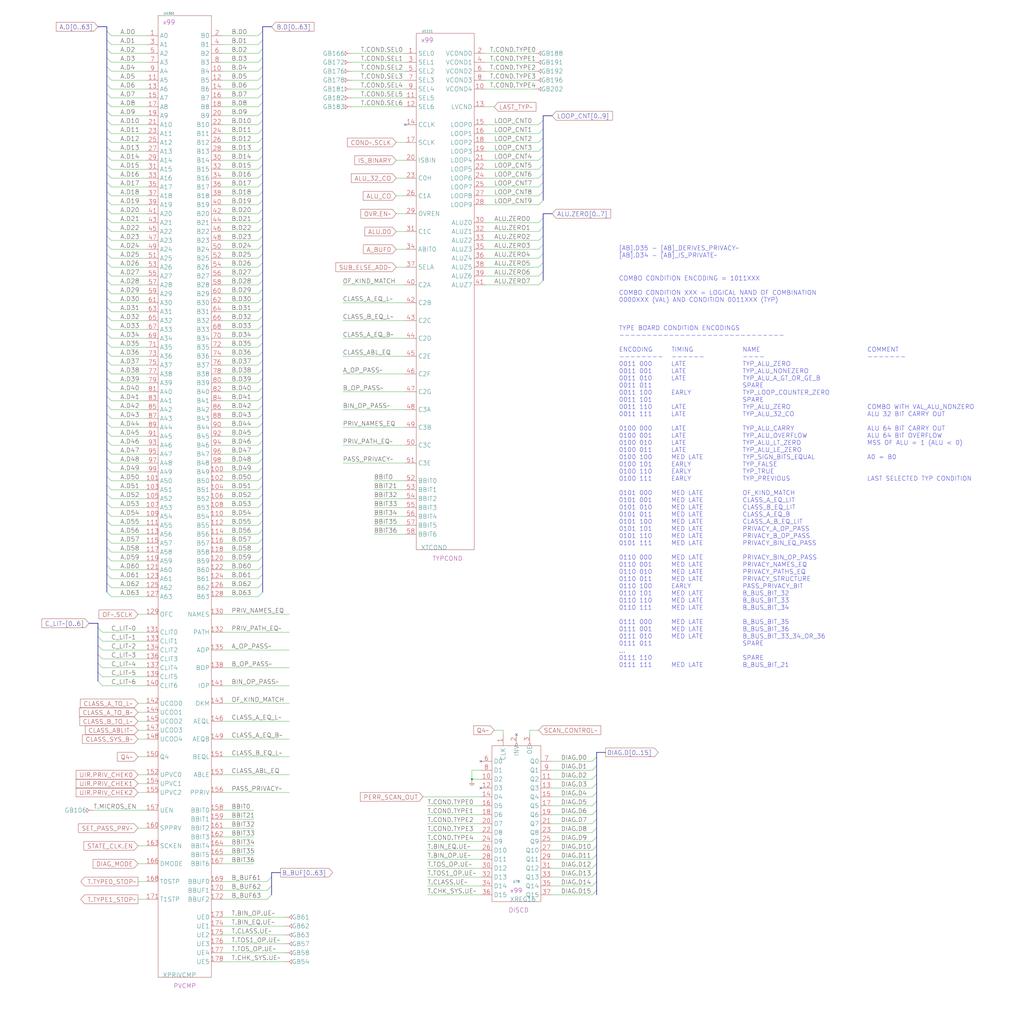
<source format=kicad_sch>
(kicad_sch (version 20230121) (generator eeschema)
  (paper "User" 584.2 584.2)
  (title_block (title "PRIVACY CHECK LOGIC") (date "15-MAR-90") (rev "1.0") (comment 1 "TYPE") (comment 2 "232-003062") (comment 3 "S400") (comment 4 "RELEASED"))
  (junction (at 269.24 444.5))
  (no_connect (at 274.32 434.34))
  (no_connect (at 294.64 419.1))
  (no_connect (at 274.32 449.58))
  (no_connect (at 231.14 71.12))
  (bus_entry (at 60.96 287.02) (size 2.54 2.54))
  (bus_entry (at 149.86 104.14) (size -2.54 2.54))
  (bus_entry (at 60.96 48.26) (size 2.54 2.54))
  (bus_entry (at 60.96 93.98) (size 2.54 2.54))
  (bus_entry (at 60.96 281.94) (size 2.54 2.54))
  (bus_entry (at 60.96 220.98) (size 2.54 2.54))
  (bus_entry (at 55.88 378.46) (size 2.54 2.54))
  (bus_entry (at 309.88 160.02) (size -2.54 2.54))
  (bus_entry (at 60.96 139.7) (size 2.54 2.54))
  (bus_entry (at 60.96 109.22) (size 2.54 2.54))
  (bus_entry (at 149.86 73.66) (size -2.54 2.54))
  (bus_entry (at 60.96 63.5) (size 2.54 2.54))
  (bus_entry (at 149.86 170.18) (size -2.54 2.54))
  (bus_entry (at 149.86 38.1) (size -2.54 2.54))
  (bus_entry (at 60.96 210.82) (size 2.54 2.54))
  (bus_entry (at 149.86 129.54) (size -2.54 2.54))
  (bus_entry (at 309.88 139.7) (size -2.54 2.54))
  (bus_entry (at 60.96 231.14) (size 2.54 2.54))
  (bus_entry (at 60.96 337.82) (size 2.54 2.54))
  (bus_entry (at 149.86 312.42) (size -2.54 2.54))
  (bus_entry (at 60.96 276.86) (size 2.54 2.54))
  (bus_entry (at 60.96 22.86) (size 2.54 2.54))
  (bus_entry (at 149.86 160.02) (size -2.54 2.54))
  (bus_entry (at 55.88 358.14) (size 2.54 2.54))
  (bus_entry (at 60.96 134.62) (size 2.54 2.54))
  (bus_entry (at 149.86 43.18) (size -2.54 2.54))
  (bus_entry (at 60.96 292.1) (size 2.54 2.54))
  (bus_entry (at 149.86 33.02) (size -2.54 2.54))
  (bus_entry (at 309.88 68.58) (size -2.54 2.54))
  (bus_entry (at 149.86 190.5) (size -2.54 2.54))
  (bus_entry (at 149.86 307.34) (size -2.54 2.54))
  (bus_entry (at 309.88 104.14) (size -2.54 2.54))
  (bus_entry (at 60.96 149.86) (size 2.54 2.54))
  (bus_entry (at 149.86 114.3) (size -2.54 2.54))
  (bus_entry (at 340.36 447.04) (size -2.54 2.54))
  (bus_entry (at 154.94 505.46) (size -2.54 2.54))
  (bus_entry (at 340.36 467.36) (size -2.54 2.54))
  (bus_entry (at 60.96 165.1) (size 2.54 2.54))
  (bus_entry (at 60.96 33.02) (size 2.54 2.54))
  (bus_entry (at 55.88 368.3) (size 2.54 2.54))
  (bus_entry (at 149.86 180.34) (size -2.54 2.54))
  (bus_entry (at 149.86 241.3) (size -2.54 2.54))
  (bus_entry (at 309.88 124.46) (size -2.54 2.54))
  (bus_entry (at 60.96 317.5) (size 2.54 2.54))
  (bus_entry (at 60.96 271.78) (size 2.54 2.54))
  (bus_entry (at 154.94 500.38) (size -2.54 2.54))
  (bus_entry (at 60.96 114.3) (size 2.54 2.54))
  (bus_entry (at 60.96 332.74) (size 2.54 2.54))
  (bus_entry (at 60.96 241.3) (size 2.54 2.54))
  (bus_entry (at 149.86 139.7) (size -2.54 2.54))
  (bus_entry (at 60.96 124.46) (size 2.54 2.54))
  (bus_entry (at 149.86 144.78) (size -2.54 2.54))
  (bus_entry (at 149.86 68.58) (size -2.54 2.54))
  (bus_entry (at 60.96 88.9) (size 2.54 2.54))
  (bus_entry (at 309.88 114.3) (size -2.54 2.54))
  (bus_entry (at 149.86 78.74) (size -2.54 2.54))
  (bus_entry (at 149.86 27.94) (size -2.54 2.54))
  (bus_entry (at 149.86 327.66) (size -2.54 2.54))
  (bus_entry (at 60.96 205.74) (size 2.54 2.54))
  (bus_entry (at 340.36 436.88) (size -2.54 2.54))
  (bus_entry (at 60.96 256.54) (size 2.54 2.54))
  (bus_entry (at 149.86 124.46) (size -2.54 2.54))
  (bus_entry (at 340.36 492.76) (size -2.54 2.54))
  (bus_entry (at 60.96 104.14) (size 2.54 2.54))
  (bus_entry (at 149.86 210.82) (size -2.54 2.54))
  (bus_entry (at 309.88 109.22) (size -2.54 2.54))
  (bus_entry (at 309.88 99.06) (size -2.54 2.54))
  (bus_entry (at 60.96 99.06) (size 2.54 2.54))
  (bus_entry (at 149.86 256.54) (size -2.54 2.54))
  (bus_entry (at 340.36 441.96) (size -2.54 2.54))
  (bus_entry (at 60.96 302.26) (size 2.54 2.54))
  (bus_entry (at 55.88 383.54) (size 2.54 2.54))
  (bus_entry (at 149.86 48.26) (size -2.54 2.54))
  (bus_entry (at 340.36 457.2) (size -2.54 2.54))
  (bus_entry (at 149.86 317.5) (size -2.54 2.54))
  (bus_entry (at 149.86 17.78) (size -2.54 2.54))
  (bus_entry (at 60.96 144.78) (size 2.54 2.54))
  (bus_entry (at 60.96 236.22) (size 2.54 2.54))
  (bus_entry (at 149.86 205.74) (size -2.54 2.54))
  (bus_entry (at 149.86 175.26) (size -2.54 2.54))
  (bus_entry (at 309.88 149.86) (size -2.54 2.54))
  (bus_entry (at 340.36 487.68) (size -2.54 2.54))
  (bus_entry (at 60.96 190.5) (size 2.54 2.54))
  (bus_entry (at 60.96 185.42) (size 2.54 2.54))
  (bus_entry (at 60.96 78.74) (size 2.54 2.54))
  (bus_entry (at 60.96 17.78) (size 2.54 2.54))
  (bus_entry (at 60.96 261.62) (size 2.54 2.54))
  (bus_entry (at 60.96 170.18) (size 2.54 2.54))
  (bus_entry (at 149.86 292.1) (size -2.54 2.54))
  (bus_entry (at 149.86 287.02) (size -2.54 2.54))
  (bus_entry (at 149.86 226.06) (size -2.54 2.54))
  (bus_entry (at 309.88 134.62) (size -2.54 2.54))
  (bus_entry (at 60.96 73.66) (size 2.54 2.54))
  (bus_entry (at 154.94 510.54) (size -2.54 2.54))
  (bus_entry (at 149.86 322.58) (size -2.54 2.54))
  (bus_entry (at 60.96 27.94) (size 2.54 2.54))
  (bus_entry (at 149.86 109.22) (size -2.54 2.54))
  (bus_entry (at 149.86 302.26) (size -2.54 2.54))
  (bus_entry (at 309.88 93.98) (size -2.54 2.54))
  (bus_entry (at 60.96 119.38) (size 2.54 2.54))
  (bus_entry (at 309.88 78.74) (size -2.54 2.54))
  (bus_entry (at 149.86 297.18) (size -2.54 2.54))
  (bus_entry (at 340.36 472.44) (size -2.54 2.54))
  (bus_entry (at 149.86 83.82) (size -2.54 2.54))
  (bus_entry (at 309.88 83.82) (size -2.54 2.54))
  (bus_entry (at 60.96 200.66) (size 2.54 2.54))
  (bus_entry (at 149.86 266.7) (size -2.54 2.54))
  (bus_entry (at 309.88 154.94) (size -2.54 2.54))
  (bus_entry (at 149.86 271.78) (size -2.54 2.54))
  (bus_entry (at 60.96 215.9) (size 2.54 2.54))
  (bus_entry (at 309.88 129.54) (size -2.54 2.54))
  (bus_entry (at 149.86 58.42) (size -2.54 2.54))
  (bus_entry (at 149.86 99.06) (size -2.54 2.54))
  (bus_entry (at 60.96 180.34) (size 2.54 2.54))
  (bus_entry (at 340.36 477.52) (size -2.54 2.54))
  (bus_entry (at 60.96 154.94) (size 2.54 2.54))
  (bus_entry (at 149.86 276.86) (size -2.54 2.54))
  (bus_entry (at 60.96 297.18) (size 2.54 2.54))
  (bus_entry (at 60.96 307.34) (size 2.54 2.54))
  (bus_entry (at 60.96 175.26) (size 2.54 2.54))
  (bus_entry (at 60.96 266.7) (size 2.54 2.54))
  (bus_entry (at 149.86 215.9) (size -2.54 2.54))
  (bus_entry (at 60.96 68.58) (size 2.54 2.54))
  (bus_entry (at 340.36 452.12) (size -2.54 2.54))
  (bus_entry (at 60.96 327.66) (size 2.54 2.54))
  (bus_entry (at 340.36 497.84) (size -2.54 2.54))
  (bus_entry (at 149.86 246.38) (size -2.54 2.54))
  (bus_entry (at 149.86 231.14) (size -2.54 2.54))
  (bus_entry (at 60.96 58.42) (size 2.54 2.54))
  (bus_entry (at 60.96 53.34) (size 2.54 2.54))
  (bus_entry (at 60.96 38.1) (size 2.54 2.54))
  (bus_entry (at 149.86 195.58) (size -2.54 2.54))
  (bus_entry (at 149.86 281.94) (size -2.54 2.54))
  (bus_entry (at 149.86 63.5) (size -2.54 2.54))
  (bus_entry (at 340.36 462.28) (size -2.54 2.54))
  (bus_entry (at 149.86 236.22) (size -2.54 2.54))
  (bus_entry (at 340.36 431.8) (size -2.54 2.54))
  (bus_entry (at 55.88 373.38) (size 2.54 2.54))
  (bus_entry (at 60.96 322.58) (size 2.54 2.54))
  (bus_entry (at 149.86 220.98) (size -2.54 2.54))
  (bus_entry (at 149.86 251.46) (size -2.54 2.54))
  (bus_entry (at 309.88 73.66) (size -2.54 2.54))
  (bus_entry (at 149.86 332.74) (size -2.54 2.54))
  (bus_entry (at 55.88 388.62) (size 2.54 2.54))
  (bus_entry (at 60.96 160.02) (size 2.54 2.54))
  (bus_entry (at 340.36 482.6) (size -2.54 2.54))
  (bus_entry (at 60.96 251.46) (size 2.54 2.54))
  (bus_entry (at 340.36 508) (size -2.54 2.54))
  (bus_entry (at 60.96 312.42) (size 2.54 2.54))
  (bus_entry (at 309.88 144.78) (size -2.54 2.54))
  (bus_entry (at 149.86 53.34) (size -2.54 2.54))
  (bus_entry (at 149.86 119.38) (size -2.54 2.54))
  (bus_entry (at 149.86 154.94) (size -2.54 2.54))
  (bus_entry (at 149.86 165.1) (size -2.54 2.54))
  (bus_entry (at 149.86 149.86) (size -2.54 2.54))
  (bus_entry (at 149.86 88.9) (size -2.54 2.54))
  (bus_entry (at 60.96 129.54) (size 2.54 2.54))
  (bus_entry (at 60.96 226.06) (size 2.54 2.54))
  (bus_entry (at 149.86 200.66) (size -2.54 2.54))
  (bus_entry (at 149.86 134.62) (size -2.54 2.54))
  (bus_entry (at 149.86 337.82) (size -2.54 2.54))
  (bus_entry (at 60.96 43.18) (size 2.54 2.54))
  (bus_entry (at 60.96 246.38) (size 2.54 2.54))
  (bus_entry (at 309.88 88.9) (size -2.54 2.54))
  (bus_entry (at 55.88 363.22) (size 2.54 2.54))
  (bus_entry (at 149.86 261.62) (size -2.54 2.54))
  (bus_entry (at 340.36 502.92) (size -2.54 2.54))
  (bus_entry (at 60.96 195.58) (size 2.54 2.54))
  (bus_entry (at 149.86 22.86) (size -2.54 2.54))
  (bus_entry (at 149.86 185.42) (size -2.54 2.54))
  (bus_entry (at 149.86 93.98) (size -2.54 2.54))
  (bus_entry (at 60.96 83.82) (size 2.54 2.54))
  (bus (pts (xy 309.88 139.7) (xy 309.88 144.78)))
  (bus (pts (xy 149.86 190.5) (xy 149.86 195.58)))
  (wire (pts (xy 83.82 167.64) (xy 63.5 167.64)))
  (wire (pts (xy 200.66 60.96) (xy 231.14 60.96)))
  (bus (pts (xy 60.96 154.94) (xy 60.96 160.02)))
  (wire (pts (xy 127 340.36) (xy 147.32 340.36)))
  (wire (pts (xy 274.32 444.5) (xy 269.24 444.5)))
  (wire (pts (xy 83.82 264.16) (xy 63.5 264.16)))
  (bus (pts (xy 314.96 66.04) (xy 309.88 66.04)))
  (bus (pts (xy 60.96 317.5) (xy 60.96 322.58)))
  (bus (pts (xy 60.96 33.02) (xy 60.96 38.1)))
  (wire (pts (xy 231.14 289.56) (xy 213.36 289.56)))
  (wire (pts (xy 314.96 439.42) (xy 337.82 439.42)))
  (bus (pts (xy 60.96 292.1) (xy 60.96 297.18)))
  (wire (pts (xy 127 528.32) (xy 162.56 528.32)))
  (wire (pts (xy 127 91.44) (xy 147.32 91.44)))
  (wire (pts (xy 314.96 495.3) (xy 337.82 495.3)))
  (wire (pts (xy 127 71.12) (xy 147.32 71.12)))
  (wire (pts (xy 127 101.6) (xy 147.32 101.6)))
  (wire (pts (xy 83.82 55.88) (xy 63.5 55.88)))
  (wire (pts (xy 127 391.16) (xy 165.1 391.16)))
  (wire (pts (xy 127 269.24) (xy 147.32 269.24)))
  (wire (pts (xy 58.42 370.84) (xy 83.82 370.84)))
  (wire (pts (xy 200.66 40.64) (xy 231.14 40.64)))
  (wire (pts (xy 307.34 106.68) (xy 276.86 106.68)))
  (bus (pts (xy 309.88 134.62) (xy 309.88 139.7)))
  (bus (pts (xy 60.96 88.9) (xy 60.96 93.98)))
  (wire (pts (xy 195.58 182.88) (xy 231.14 182.88)))
  (wire (pts (xy 127 243.84) (xy 147.32 243.84)))
  (bus (pts (xy 309.88 121.92) (xy 309.88 124.46)))
  (bus (pts (xy 60.96 287.02) (xy 60.96 292.1)))
  (bus (pts (xy 309.88 93.98) (xy 309.88 99.06)))
  (bus (pts (xy 149.86 63.5) (xy 149.86 68.58)))
  (wire (pts (xy 83.82 289.56) (xy 63.5 289.56)))
  (wire (pts (xy 226.06 101.6) (xy 231.14 101.6)))
  (wire (pts (xy 58.42 375.92) (xy 83.82 375.92)))
  (wire (pts (xy 83.82 25.4) (xy 63.5 25.4)))
  (wire (pts (xy 127 30.48) (xy 147.32 30.48)))
  (bus (pts (xy 60.96 165.1) (xy 60.96 170.18)))
  (wire (pts (xy 307.34 76.2) (xy 276.86 76.2)))
  (wire (pts (xy 127 20.32) (xy 147.32 20.32)))
  (bus (pts (xy 149.86 68.58) (xy 149.86 73.66)))
  (wire (pts (xy 83.82 182.88) (xy 63.5 182.88)))
  (wire (pts (xy 127 172.72) (xy 147.32 172.72)))
  (wire (pts (xy 58.42 386.08) (xy 83.82 386.08)))
  (wire (pts (xy 127 111.76) (xy 147.32 111.76)))
  (bus (pts (xy 60.96 114.3) (xy 60.96 119.38)))
  (bus (pts (xy 340.36 477.52) (xy 340.36 482.6)))
  (wire (pts (xy 195.58 233.68) (xy 231.14 233.68)))
  (wire (pts (xy 314.96 505.46) (xy 337.82 505.46)))
  (wire (pts (xy 195.58 223.52) (xy 231.14 223.52)))
  (wire (pts (xy 127 157.48) (xy 147.32 157.48)))
  (wire (pts (xy 83.82 101.6) (xy 63.5 101.6)))
  (wire (pts (xy 83.82 60.96) (xy 63.5 60.96)))
  (bus (pts (xy 60.96 226.06) (xy 60.96 231.14)))
  (wire (pts (xy 314.96 510.54) (xy 337.82 510.54)))
  (bus (pts (xy 340.36 502.92) (xy 340.36 508)))
  (bus (pts (xy 149.86 322.58) (xy 149.86 327.66)))
  (bus (pts (xy 149.86 124.46) (xy 149.86 129.54)))
  (bus (pts (xy 149.86 104.14) (xy 149.86 109.22)))
  (bus (pts (xy 60.96 170.18) (xy 60.96 175.26)))
  (wire (pts (xy 127 284.48) (xy 147.32 284.48)))
  (wire (pts (xy 127 198.12) (xy 147.32 198.12)))
  (wire (pts (xy 314.96 490.22) (xy 337.82 490.22)))
  (wire (pts (xy 200.66 55.88) (xy 231.14 55.88)))
  (wire (pts (xy 83.82 40.64) (xy 63.5 40.64)))
  (bus (pts (xy 60.96 220.98) (xy 60.96 226.06)))
  (wire (pts (xy 127 487.68) (xy 144.78 487.68)))
  (wire (pts (xy 127 193.04) (xy 147.32 193.04)))
  (wire (pts (xy 127 411.48) (xy 165.1 411.48)))
  (bus (pts (xy 154.94 497.84) (xy 154.94 500.38)))
  (wire (pts (xy 307.34 157.48) (xy 276.86 157.48)))
  (wire (pts (xy 314.96 454.66) (xy 337.82 454.66)))
  (wire (pts (xy 127 274.32) (xy 147.32 274.32)))
  (bus (pts (xy 55.88 383.54) (xy 55.88 388.62)))
  (wire (pts (xy 127 40.64) (xy 147.32 40.64)))
  (wire (pts (xy 287.02 416.56) (xy 287.02 419.1)))
  (wire (pts (xy 78.74 472.44) (xy 83.82 472.44)))
  (wire (pts (xy 127 543.56) (xy 162.56 543.56)))
  (wire (pts (xy 127 477.52) (xy 144.78 477.52)))
  (wire (pts (xy 200.66 30.48) (xy 231.14 30.48)))
  (wire (pts (xy 127 533.4) (xy 162.56 533.4)))
  (bus (pts (xy 149.86 160.02) (xy 149.86 165.1)))
  (wire (pts (xy 276.86 35.56) (xy 304.8 35.56)))
  (wire (pts (xy 127 335.28) (xy 147.32 335.28)))
  (wire (pts (xy 127 228.6) (xy 147.32 228.6)))
  (wire (pts (xy 127 492.76) (xy 144.78 492.76)))
  (bus (pts (xy 60.96 281.94) (xy 60.96 287.02)))
  (wire (pts (xy 302.26 416.56) (xy 302.26 419.1)))
  (wire (pts (xy 127 259.08) (xy 147.32 259.08)))
  (bus (pts (xy 309.88 88.9) (xy 309.88 93.98)))
  (wire (pts (xy 78.74 431.8) (xy 83.82 431.8)))
  (bus (pts (xy 149.86 256.54) (xy 149.86 261.62)))
  (wire (pts (xy 314.96 464.82) (xy 337.82 464.82)))
  (wire (pts (xy 83.82 193.04) (xy 63.5 193.04)))
  (wire (pts (xy 276.86 50.8) (xy 304.8 50.8)))
  (wire (pts (xy 83.82 116.84) (xy 63.5 116.84)))
  (bus (pts (xy 60.96 53.34) (xy 60.96 58.42)))
  (wire (pts (xy 127 208.28) (xy 147.32 208.28)))
  (bus (pts (xy 309.88 99.06) (xy 309.88 104.14)))
  (wire (pts (xy 200.66 45.72) (xy 231.14 45.72)))
  (bus (pts (xy 149.86 287.02) (xy 149.86 292.1)))
  (bus (pts (xy 60.96 332.74) (xy 60.96 337.82)))
  (bus (pts (xy 340.36 472.44) (xy 340.36 467.36)))
  (bus (pts (xy 149.86 93.98) (xy 149.86 99.06)))
  (wire (pts (xy 127 152.4) (xy 147.32 152.4)))
  (bus (pts (xy 149.86 205.74) (xy 149.86 210.82)))
  (bus (pts (xy 60.96 99.06) (xy 60.96 104.14)))
  (bus (pts (xy 149.86 15.24) (xy 149.86 17.78)))
  (wire (pts (xy 241.3 454.66) (xy 274.32 454.66)))
  (wire (pts (xy 83.82 86.36) (xy 63.5 86.36)))
  (wire (pts (xy 127 233.68) (xy 147.32 233.68)))
  (wire (pts (xy 83.82 228.6) (xy 63.5 228.6)))
  (wire (pts (xy 195.58 162.56) (xy 231.14 162.56)))
  (wire (pts (xy 83.82 71.12) (xy 63.5 71.12)))
  (bus (pts (xy 50.8 355.6) (xy 55.88 355.6)))
  (wire (pts (xy 276.86 30.48) (xy 304.8 30.48)))
  (bus (pts (xy 60.96 38.1) (xy 60.96 43.18)))
  (wire (pts (xy 83.82 233.68) (xy 63.5 233.68)))
  (wire (pts (xy 127 472.44) (xy 144.78 472.44)))
  (bus (pts (xy 149.86 292.1) (xy 149.86 297.18)))
  (bus (pts (xy 60.96 195.58) (xy 60.96 200.66)))
  (bus (pts (xy 60.96 149.86) (xy 60.96 154.94)))
  (wire (pts (xy 307.34 127) (xy 276.86 127)))
  (bus (pts (xy 149.86 220.98) (xy 149.86 226.06)))
  (wire (pts (xy 314.96 500.38) (xy 337.82 500.38)))
  (bus (pts (xy 149.86 307.34) (xy 149.86 312.42)))
  (wire (pts (xy 83.82 330.2) (xy 63.5 330.2)))
  (wire (pts (xy 83.82 172.72) (xy 63.5 172.72)))
  (bus (pts (xy 60.96 63.5) (xy 60.96 68.58)))
  (wire (pts (xy 58.42 365.76) (xy 83.82 365.76)))
  (wire (pts (xy 127 76.2) (xy 147.32 76.2)))
  (bus (pts (xy 149.86 22.86) (xy 149.86 27.94)))
  (wire (pts (xy 83.82 137.16) (xy 63.5 137.16)))
  (wire (pts (xy 269.24 439.42) (xy 274.32 439.42)))
  (bus (pts (xy 149.86 246.38) (xy 149.86 251.46)))
  (bus (pts (xy 60.96 302.26) (xy 60.96 307.34)))
  (bus (pts (xy 60.96 58.42) (xy 60.96 63.5)))
  (bus (pts (xy 340.36 492.76) (xy 340.36 497.84)))
  (wire (pts (xy 127 513.08) (xy 152.4 513.08)))
  (bus (pts (xy 60.96 185.42) (xy 60.96 190.5)))
  (bus (pts (xy 60.96 256.54) (xy 60.96 261.62)))
  (wire (pts (xy 195.58 213.36) (xy 231.14 213.36)))
  (bus (pts (xy 314.96 121.92) (xy 309.88 121.92)))
  (bus (pts (xy 60.96 190.5) (xy 60.96 195.58)))
  (wire (pts (xy 307.34 96.52) (xy 276.86 96.52)))
  (wire (pts (xy 127 431.8) (xy 165.1 431.8)))
  (wire (pts (xy 243.84 495.3) (xy 274.32 495.3)))
  (wire (pts (xy 127 106.68) (xy 147.32 106.68)))
  (bus (pts (xy 60.96 200.66) (xy 60.96 205.74)))
  (bus (pts (xy 60.96 175.26) (xy 60.96 180.34)))
  (wire (pts (xy 83.82 279.4) (xy 63.5 279.4)))
  (wire (pts (xy 243.84 500.38) (xy 274.32 500.38)))
  (wire (pts (xy 83.82 157.48) (xy 63.5 157.48)))
  (wire (pts (xy 127 137.16) (xy 147.32 137.16)))
  (bus (pts (xy 60.96 104.14) (xy 60.96 109.22)))
  (bus (pts (xy 149.86 165.1) (xy 149.86 170.18)))
  (wire (pts (xy 127 187.96) (xy 147.32 187.96)))
  (wire (pts (xy 83.82 30.48) (xy 63.5 30.48)))
  (wire (pts (xy 127 25.4) (xy 147.32 25.4)))
  (wire (pts (xy 307.34 162.56) (xy 276.86 162.56)))
  (wire (pts (xy 231.14 304.8) (xy 213.36 304.8)))
  (wire (pts (xy 127 309.88) (xy 147.32 309.88)))
  (wire (pts (xy 226.06 111.76) (xy 231.14 111.76)))
  (bus (pts (xy 149.86 114.3) (xy 149.86 119.38)))
  (wire (pts (xy 231.14 284.48) (xy 213.36 284.48)))
  (wire (pts (xy 78.74 411.48) (xy 83.82 411.48)))
  (bus (pts (xy 149.86 144.78) (xy 149.86 149.86)))
  (wire (pts (xy 127 203.2) (xy 147.32 203.2)))
  (wire (pts (xy 127 182.88) (xy 147.32 182.88)))
  (bus (pts (xy 149.86 241.3) (xy 149.86 246.38)))
  (bus (pts (xy 149.86 17.78) (xy 149.86 22.86)))
  (bus (pts (xy 60.96 236.22) (xy 60.96 241.3)))
  (bus (pts (xy 309.88 144.78) (xy 309.88 149.86)))
  (wire (pts (xy 307.34 116.84) (xy 276.86 116.84)))
  (bus (pts (xy 340.36 510.54) (xy 340.36 508)))
  (wire (pts (xy 83.82 81.28) (xy 63.5 81.28)))
  (wire (pts (xy 127 330.2) (xy 147.32 330.2)))
  (bus (pts (xy 340.36 472.44) (xy 340.36 477.52)))
  (wire (pts (xy 231.14 274.32) (xy 213.36 274.32)))
  (bus (pts (xy 149.86 109.22) (xy 149.86 114.3)))
  (wire (pts (xy 195.58 193.04) (xy 231.14 193.04)))
  (wire (pts (xy 83.82 243.84) (xy 63.5 243.84)))
  (bus (pts (xy 60.96 119.38) (xy 60.96 124.46)))
  (wire (pts (xy 58.42 381) (xy 83.82 381)))
  (wire (pts (xy 83.82 45.72) (xy 63.5 45.72)))
  (wire (pts (xy 83.82 177.8) (xy 63.5 177.8)))
  (bus (pts (xy 55.88 363.22) (xy 55.88 368.3)))
  (wire (pts (xy 127 401.32) (xy 165.1 401.32)))
  (bus (pts (xy 149.86 154.94) (xy 149.86 160.02)))
  (bus (pts (xy 149.86 327.66) (xy 149.86 332.74)))
  (wire (pts (xy 127 35.56) (xy 147.32 35.56)))
  (wire (pts (xy 127 142.24) (xy 147.32 142.24)))
  (wire (pts (xy 307.34 147.32) (xy 276.86 147.32)))
  (bus (pts (xy 60.96 139.7) (xy 60.96 144.78)))
  (wire (pts (xy 127 294.64) (xy 147.32 294.64)))
  (bus (pts (xy 309.88 68.58) (xy 309.88 73.66)))
  (wire (pts (xy 127 66.04) (xy 147.32 66.04)))
  (wire (pts (xy 127 50.8) (xy 147.32 50.8)))
  (bus (pts (xy 149.86 78.74) (xy 149.86 83.82)))
  (wire (pts (xy 195.58 243.84) (xy 231.14 243.84)))
  (wire (pts (xy 83.82 223.52) (xy 63.5 223.52)))
  (wire (pts (xy 83.82 218.44) (xy 63.5 218.44)))
  (wire (pts (xy 127 350.52) (xy 165.1 350.52)))
  (wire (pts (xy 58.42 360.68) (xy 83.82 360.68)))
  (bus (pts (xy 60.96 144.78) (xy 60.96 149.86)))
  (bus (pts (xy 60.96 78.74) (xy 60.96 83.82)))
  (wire (pts (xy 83.82 198.12) (xy 63.5 198.12)))
  (wire (pts (xy 307.34 91.44) (xy 276.86 91.44)))
  (bus (pts (xy 309.88 109.22) (xy 309.88 114.3)))
  (wire (pts (xy 127 538.48) (xy 162.56 538.48)))
  (wire (pts (xy 127 441.96) (xy 165.1 441.96)))
  (bus (pts (xy 149.86 266.7) (xy 149.86 271.78)))
  (wire (pts (xy 127 96.52) (xy 147.32 96.52)))
  (bus (pts (xy 60.96 322.58) (xy 60.96 327.66)))
  (wire (pts (xy 83.82 299.72) (xy 63.5 299.72)))
  (bus (pts (xy 149.86 99.06) (xy 149.86 104.14)))
  (bus (pts (xy 60.96 68.58) (xy 60.96 73.66)))
  (bus (pts (xy 149.86 83.82) (xy 149.86 88.9)))
  (wire (pts (xy 276.86 60.96) (xy 281.94 60.96)))
  (wire (pts (xy 127 325.12) (xy 147.32 325.12)))
  (bus (pts (xy 60.96 109.22) (xy 60.96 114.3)))
  (bus (pts (xy 149.86 139.7) (xy 149.86 144.78)))
  (bus (pts (xy 340.36 452.12) (xy 340.36 457.2)))
  (bus (pts (xy 309.88 154.94) (xy 309.88 160.02)))
  (wire (pts (xy 83.82 121.92) (xy 63.5 121.92)))
  (wire (pts (xy 243.84 505.46) (xy 274.32 505.46)))
  (bus (pts (xy 149.86 231.14) (xy 149.86 236.22)))
  (wire (pts (xy 127 381) (xy 165.1 381)))
  (bus (pts (xy 149.86 312.42) (xy 149.86 317.5)))
  (bus (pts (xy 309.88 83.82) (xy 309.88 88.9)))
  (bus (pts (xy 149.86 48.26) (xy 149.86 53.34)))
  (bus (pts (xy 149.86 281.94) (xy 149.86 287.02)))
  (bus (pts (xy 55.88 358.14) (xy 55.88 363.22)))
  (wire (pts (xy 83.82 203.2) (xy 63.5 203.2)))
  (bus (pts (xy 340.36 462.28) (xy 340.36 467.36)))
  (bus (pts (xy 55.88 373.38) (xy 55.88 378.46)))
  (wire (pts (xy 83.82 50.8) (xy 63.5 50.8)))
  (bus (pts (xy 60.96 276.86) (xy 60.96 281.94)))
  (bus (pts (xy 60.96 246.38) (xy 60.96 251.46)))
  (wire (pts (xy 83.82 320.04) (xy 63.5 320.04)))
  (wire (pts (xy 314.96 485.14) (xy 337.82 485.14)))
  (wire (pts (xy 127 304.8) (xy 147.32 304.8)))
  (bus (pts (xy 149.86 119.38) (xy 149.86 124.46)))
  (wire (pts (xy 127 86.36) (xy 147.32 86.36)))
  (wire (pts (xy 243.84 480.06) (xy 274.32 480.06)))
  (bus (pts (xy 149.86 195.58) (xy 149.86 200.66)))
  (wire (pts (xy 127 55.88) (xy 147.32 55.88)))
  (wire (pts (xy 83.82 111.76) (xy 63.5 111.76)))
  (bus (pts (xy 149.86 236.22) (xy 149.86 241.3)))
  (wire (pts (xy 78.74 502.92) (xy 83.82 502.92)))
  (wire (pts (xy 226.06 81.28) (xy 231.14 81.28)))
  (wire (pts (xy 127 462.28) (xy 144.78 462.28)))
  (wire (pts (xy 243.84 459.74) (xy 274.32 459.74)))
  (wire (pts (xy 243.84 474.98) (xy 274.32 474.98)))
  (wire (pts (xy 83.82 304.8) (xy 63.5 304.8)))
  (wire (pts (xy 127 132.08) (xy 147.32 132.08)))
  (bus (pts (xy 340.36 457.2) (xy 340.36 462.28)))
  (wire (pts (xy 243.84 490.22) (xy 274.32 490.22)))
  (wire (pts (xy 83.82 106.68) (xy 63.5 106.68)))
  (wire (pts (xy 83.82 325.12) (xy 63.5 325.12)))
  (wire (pts (xy 78.74 401.32) (xy 83.82 401.32)))
  (wire (pts (xy 127 467.36) (xy 144.78 467.36)))
  (bus (pts (xy 154.94 497.84) (xy 160.02 497.84)))
  (bus (pts (xy 60.96 241.3) (xy 60.96 246.38)))
  (wire (pts (xy 127 60.96) (xy 147.32 60.96)))
  (bus (pts (xy 340.36 487.68) (xy 340.36 492.76)))
  (wire (pts (xy 195.58 254) (xy 231.14 254)))
  (wire (pts (xy 127 238.76) (xy 147.32 238.76)))
  (bus (pts (xy 149.86 200.66) (xy 149.86 205.74)))
  (wire (pts (xy 83.82 340.36) (xy 63.5 340.36)))
  (bus (pts (xy 60.96 327.66) (xy 60.96 332.74)))
  (bus (pts (xy 340.36 447.04) (xy 340.36 452.12)))
  (wire (pts (xy 127 218.44) (xy 147.32 218.44)))
  (wire (pts (xy 78.74 452.12) (xy 83.82 452.12)))
  (wire (pts (xy 200.66 50.8) (xy 231.14 50.8)))
  (wire (pts (xy 314.96 474.98) (xy 337.82 474.98)))
  (wire (pts (xy 314.96 434.34) (xy 337.82 434.34)))
  (wire (pts (xy 127 81.28) (xy 147.32 81.28)))
  (wire (pts (xy 83.82 142.24) (xy 63.5 142.24)))
  (wire (pts (xy 83.82 294.64) (xy 63.5 294.64)))
  (bus (pts (xy 154.94 15.24) (xy 149.86 15.24)))
  (wire (pts (xy 83.82 147.32) (xy 63.5 147.32)))
  (bus (pts (xy 55.88 378.46) (xy 55.88 383.54)))
  (wire (pts (xy 307.34 71.12) (xy 276.86 71.12)))
  (wire (pts (xy 243.84 510.54) (xy 274.32 510.54)))
  (wire (pts (xy 83.82 96.52) (xy 63.5 96.52)))
  (wire (pts (xy 226.06 121.92) (xy 231.14 121.92)))
  (bus (pts (xy 60.96 251.46) (xy 60.96 256.54)))
  (wire (pts (xy 226.06 132.08) (xy 231.14 132.08)))
  (bus (pts (xy 60.96 231.14) (xy 60.96 236.22)))
  (wire (pts (xy 243.84 485.14) (xy 274.32 485.14)))
  (wire (pts (xy 83.82 254) (xy 63.5 254)))
  (wire (pts (xy 127 213.36) (xy 147.32 213.36)))
  (bus (pts (xy 55.88 15.24) (xy 60.96 15.24)))
  (bus (pts (xy 149.86 210.82) (xy 149.86 215.9)))
  (bus (pts (xy 60.96 83.82) (xy 60.96 88.9)))
  (bus (pts (xy 309.88 73.66) (xy 309.88 78.74)))
  (wire (pts (xy 78.74 421.64) (xy 83.82 421.64)))
  (bus (pts (xy 309.88 66.04) (xy 309.88 68.58)))
  (wire (pts (xy 127 45.72) (xy 147.32 45.72)))
  (wire (pts (xy 127 121.92) (xy 147.32 121.92)))
  (wire (pts (xy 127 127) (xy 147.32 127)))
  (bus (pts (xy 60.96 93.98) (xy 60.96 99.06)))
  (wire (pts (xy 127 289.56) (xy 147.32 289.56)))
  (wire (pts (xy 83.82 314.96) (xy 63.5 314.96)))
  (bus (pts (xy 60.96 48.26) (xy 60.96 53.34)))
  (wire (pts (xy 127 264.16) (xy 147.32 264.16)))
  (wire (pts (xy 83.82 162.56) (xy 63.5 162.56)))
  (bus (pts (xy 149.86 88.9) (xy 149.86 93.98)))
  (bus (pts (xy 149.86 170.18) (xy 149.86 175.26)))
  (wire (pts (xy 127 279.4) (xy 147.32 279.4)))
  (bus (pts (xy 60.96 297.18) (xy 60.96 302.26)))
  (bus (pts (xy 309.88 104.14) (xy 309.88 109.22)))
  (wire (pts (xy 127 452.12) (xy 165.1 452.12)))
  (bus (pts (xy 60.96 261.62) (xy 60.96 266.7)))
  (wire (pts (xy 231.14 294.64) (xy 213.36 294.64)))
  (bus (pts (xy 60.96 271.78) (xy 60.96 276.86)))
  (bus (pts (xy 149.86 134.62) (xy 149.86 139.7)))
  (wire (pts (xy 226.06 142.24) (xy 231.14 142.24)))
  (bus (pts (xy 60.96 15.24) (xy 60.96 17.78)))
  (bus (pts (xy 60.96 129.54) (xy 60.96 134.62)))
  (bus (pts (xy 340.36 431.8) (xy 340.36 436.88)))
  (wire (pts (xy 226.06 91.44) (xy 231.14 91.44)))
  (wire (pts (xy 243.84 469.9) (xy 274.32 469.9)))
  (bus (pts (xy 149.86 302.26) (xy 149.86 307.34)))
  (wire (pts (xy 83.82 132.08) (xy 63.5 132.08)))
  (bus (pts (xy 149.86 53.34) (xy 149.86 58.42)))
  (wire (pts (xy 83.82 269.24) (xy 63.5 269.24)))
  (wire (pts (xy 78.74 447.04) (xy 83.82 447.04)))
  (wire (pts (xy 83.82 335.28) (xy 63.5 335.28)))
  (wire (pts (xy 83.82 274.32) (xy 63.5 274.32)))
  (bus (pts (xy 60.96 124.46) (xy 60.96 129.54)))
  (wire (pts (xy 83.82 35.56) (xy 63.5 35.56)))
  (bus (pts (xy 309.88 124.46) (xy 309.88 129.54)))
  (bus (pts (xy 309.88 129.54) (xy 309.88 134.62)))
  (bus (pts (xy 60.96 73.66) (xy 60.96 78.74)))
  (wire (pts (xy 195.58 172.72) (xy 231.14 172.72)))
  (bus (pts (xy 60.96 312.42) (xy 60.96 317.5)))
  (wire (pts (xy 83.82 91.44) (xy 63.5 91.44)))
  (bus (pts (xy 60.96 210.82) (xy 60.96 215.9)))
  (bus (pts (xy 149.86 129.54) (xy 149.86 134.62)))
  (bus (pts (xy 60.96 27.94) (xy 60.96 33.02)))
  (wire (pts (xy 307.34 132.08) (xy 276.86 132.08)))
  (wire (pts (xy 127 116.84) (xy 147.32 116.84)))
  (wire (pts (xy 127 167.64) (xy 147.32 167.64)))
  (wire (pts (xy 127 523.24) (xy 162.56 523.24)))
  (wire (pts (xy 276.86 40.64) (xy 304.8 40.64)))
  (wire (pts (xy 127 502.92) (xy 152.4 502.92)))
  (wire (pts (xy 78.74 406.4) (xy 83.82 406.4)))
  (wire (pts (xy 78.74 492.76) (xy 83.82 492.76)))
  (bus (pts (xy 149.86 261.62) (xy 149.86 266.7)))
  (bus (pts (xy 149.86 226.06) (xy 149.86 231.14)))
  (wire (pts (xy 127 421.64) (xy 165.1 421.64)))
  (bus (pts (xy 149.86 149.86) (xy 149.86 154.94)))
  (wire (pts (xy 127 314.96) (xy 147.32 314.96)))
  (wire (pts (xy 83.82 213.36) (xy 63.5 213.36)))
  (wire (pts (xy 78.74 416.56) (xy 83.82 416.56)))
  (bus (pts (xy 149.86 180.34) (xy 149.86 185.42)))
  (bus (pts (xy 55.88 355.6) (xy 55.88 358.14)))
  (wire (pts (xy 83.82 187.96) (xy 63.5 187.96)))
  (bus (pts (xy 149.86 73.66) (xy 149.86 78.74)))
  (wire (pts (xy 307.34 86.36) (xy 276.86 86.36)))
  (wire (pts (xy 195.58 203.2) (xy 231.14 203.2)))
  (wire (pts (xy 307.34 416.56) (xy 302.26 416.56)))
  (bus (pts (xy 149.86 185.42) (xy 149.86 190.5)))
  (wire (pts (xy 243.84 464.82) (xy 274.32 464.82)))
  (wire (pts (xy 83.82 284.48) (xy 63.5 284.48)))
  (wire (pts (xy 269.24 444.5) (xy 269.24 439.42)))
  (wire (pts (xy 83.82 152.4) (xy 63.5 152.4)))
  (bus (pts (xy 60.96 22.86) (xy 60.96 27.94)))
  (bus (pts (xy 60.96 205.74) (xy 60.96 210.82)))
  (wire (pts (xy 78.74 482.6) (xy 83.82 482.6)))
  (wire (pts (xy 314.96 480.06) (xy 337.82 480.06)))
  (bus (pts (xy 149.86 332.74) (xy 149.86 337.82)))
  (bus (pts (xy 149.86 317.5) (xy 149.86 322.58)))
  (wire (pts (xy 307.34 81.28) (xy 276.86 81.28)))
  (bus (pts (xy 149.86 33.02) (xy 149.86 38.1)))
  (bus (pts (xy 149.86 215.9) (xy 149.86 220.98)))
  (bus (pts (xy 309.88 78.74) (xy 309.88 83.82)))
  (bus (pts (xy 149.86 276.86) (xy 149.86 281.94)))
  (wire (pts (xy 127 177.8) (xy 147.32 177.8)))
  (bus (pts (xy 149.86 251.46) (xy 149.86 256.54)))
  (bus (pts (xy 60.96 43.18) (xy 60.96 48.26)))
  (wire (pts (xy 127 162.56) (xy 147.32 162.56)))
  (wire (pts (xy 78.74 513.08) (xy 83.82 513.08)))
  (wire (pts (xy 226.06 152.4) (xy 231.14 152.4)))
  (bus (pts (xy 60.96 134.62) (xy 60.96 139.7)))
  (wire (pts (xy 127 508) (xy 152.4 508)))
  (bus (pts (xy 60.96 215.9) (xy 60.96 220.98)))
  (wire (pts (xy 314.96 449.58) (xy 337.82 449.58)))
  (wire (pts (xy 307.34 101.6) (xy 276.86 101.6)))
  (wire (pts (xy 127 320.04) (xy 147.32 320.04)))
  (wire (pts (xy 195.58 264.16) (xy 231.14 264.16)))
  (wire (pts (xy 83.82 208.28) (xy 63.5 208.28)))
  (wire (pts (xy 307.34 111.76) (xy 276.86 111.76)))
  (bus (pts (xy 60.96 307.34) (xy 60.96 312.42)))
  (wire (pts (xy 83.82 76.2) (xy 63.5 76.2)))
  (bus (pts (xy 60.96 160.02) (xy 60.96 165.1)))
  (wire (pts (xy 281.94 416.56) (xy 287.02 416.56)))
  (bus (pts (xy 60.96 266.7) (xy 60.96 271.78)))
  (bus (pts (xy 149.86 271.78) (xy 149.86 276.86)))
  (wire (pts (xy 83.82 238.76) (xy 63.5 238.76)))
  (bus (pts (xy 340.36 497.84) (xy 340.36 502.92)))
  (bus (pts (xy 340.36 429.26) (xy 340.36 431.8)))
  (bus (pts (xy 149.86 58.42) (xy 149.86 63.5)))
  (wire (pts (xy 314.96 444.5) (xy 337.82 444.5)))
  (bus (pts (xy 55.88 368.3) (xy 55.88 373.38)))
  (wire (pts (xy 127 223.52) (xy 147.32 223.52)))
  (wire (pts (xy 83.82 259.08) (xy 63.5 259.08)))
  (bus (pts (xy 309.88 149.86) (xy 309.88 154.94)))
  (bus (pts (xy 149.86 175.26) (xy 149.86 180.34)))
  (wire (pts (xy 127 248.92) (xy 147.32 248.92)))
  (wire (pts (xy 231.14 299.72) (xy 213.36 299.72)))
  (wire (pts (xy 213.36 279.4) (xy 231.14 279.4)))
  (bus (pts (xy 149.86 27.94) (xy 149.86 33.02)))
  (wire (pts (xy 127 254) (xy 147.32 254)))
  (wire (pts (xy 314.96 469.9) (xy 337.82 469.9)))
  (wire (pts (xy 314.96 459.74) (xy 337.82 459.74)))
  (wire (pts (xy 127 548.64) (xy 162.56 548.64)))
  (bus (pts (xy 340.36 482.6) (xy 340.36 487.68)))
  (bus (pts (xy 154.94 500.38) (xy 154.94 505.46)))
  (wire (pts (xy 83.82 127) (xy 63.5 127)))
  (wire (pts (xy 58.42 391.16) (xy 83.82 391.16)))
  (wire (pts (xy 276.86 45.72) (xy 304.8 45.72)))
  (wire (pts (xy 200.66 35.56) (xy 231.14 35.56)))
  (wire (pts (xy 83.82 66.04) (xy 63.5 66.04)))
  (bus (pts (xy 149.86 38.1) (xy 149.86 43.18)))
  (wire (pts (xy 78.74 441.96) (xy 83.82 441.96)))
  (wire (pts (xy 83.82 248.92) (xy 63.5 248.92)))
  (bus (pts (xy 60.96 17.78) (xy 60.96 22.86)))
  (wire (pts (xy 127 299.72) (xy 147.32 299.72)))
  (wire (pts (xy 127 147.32) (xy 147.32 147.32)))
  (bus (pts (xy 154.94 505.46) (xy 154.94 510.54)))
  (bus (pts (xy 345.44 429.26) (xy 340.36 429.26)))
  (bus (pts (xy 60.96 180.34) (xy 60.96 185.42)))
  (wire (pts (xy 127 482.6) (xy 144.78 482.6)))
  (wire (pts (xy 307.34 142.24) (xy 276.86 142.24)))
  (wire (pts (xy 83.82 20.32) (xy 63.5 20.32)))
  (wire (pts (xy 127 360.68) (xy 165.1 360.68)))
  (bus (pts (xy 149.86 43.18) (xy 149.86 48.26)))
  (wire (pts (xy 307.34 152.4) (xy 276.86 152.4)))
  (wire (pts (xy 83.82 309.88) (xy 63.5 309.88)))
  (wire (pts (xy 53.34 462.28) (xy 83.82 462.28)))
  (wire (pts (xy 78.74 350.52) (xy 83.82 350.52)))
  (wire (pts (xy 127 370.84) (xy 165.1 370.84)))
  (wire (pts (xy 307.34 137.16) (xy 276.86 137.16)))
  (bus (pts (xy 340.36 441.96) (xy 340.36 447.04)))
  (bus (pts (xy 340.36 436.88) (xy 340.36 441.96)))
  (bus (pts (xy 149.86 297.18) (xy 149.86 302.26)))
  (text "TYPE BOARD CONDITION ENCODINGS\n------------------------------\n\nENCODING	TIMING			NAME						COMMENT\n--------	------			----						-------\n0011 000	LATE			TYP_ALU_ZERO\n0011 001	LATE			TYP_ALU_NONEZERO\n0011 010	LATE			TYP_ALU_A_GT_OR_GE_B\n0011 011					SPARE\n0011 100	EARLY			TYP_LOOP_COUNTER_ZERO\n0011 101					SPARE\n0011 110	LATE			TYP_ALU_ZERO				COMBO WITH VAL_ALU_NONZERO\n0011 111	LATE			TYP_ALU_32_CO				ALU 32 BIT CARRY OUT\n\n0100 000	LATE			TYP_ALU_CARRY				ALU 64 BIT CARRY OUT\n0100 001	LATE			TYP_ALU_OVERFLOW			ALU 64 BIT OVERFLOW\n0100 010	LATE			TYP_ALU_LT_ZERO				MSS OF ALU = 1 (ALU < 0)\n0100 011	LATE			TYP_ALU_LE_ZERO\n0100 100	MED LATE		TYP_SIGN_BITS_EQUAL			A0 = B0\n0100 101	EARLY			TYP_FALSE\n0100 110	EARLY			TYP_TRUE\n0100 111	EARLY			TYP_PREVIOUS				LAST SELECTED TYP CONDITION\n\n0101 000	MED LATE		OF_KIND_MATCH\n0101 001	MED LATE		CLASS_A_EQ_LIT\n0101 010	MED LATE		CLASS_B_EQ_LIT\n0101 011	MED LATE		CLASS_A_EQ_B\n0101 100	MED LATE		CLASS_A_B_EQ_LIT\n0101 101	MED LATE		PRIVACY_A_OP_PASS\n0101 110	MED LATE		PRIVACY_B_OP_PASS\n0101 111	MED LATE		PRIVACY_BIN_EQ_PASS\n\n0110 000	MED LATE		PRIVACY_BIN_OP_PASS\n0110 001	MED LATE		PRIVACY_NAMES_EQ\n0110 010	MED LATE		PRIVACY_PATHS_EQ\n0110 011	MED LATE		PRIVACY_STRUCTURE\n0110 100	EARLY			PASS_PRIVACY_BIT\n0110 101	MED LATE		B_BUS_BIT_32\n0110 110	MED LATE		B_BUS_BIT_33\n0110 111	MED LATE		B_BUS_BIT_34\n\n0111 000	MED LATE		B_BUS_BIT_35\n0111 001	MED LATE		B_BUS_BIT_36\n0111 010	MED LATE		B_BUS_BIT_33_34_OR_36\n0111 011					SPARE\n...\n0111 110					SPARE\n0111 111	MED LATE		B_BUS_BIT_21" (at 353.06 381 0) (effects (font (size 2.54 2.54)) (justify left bottom)))
  (text "COMBO CONDITION ENCODING = 1011XXX\n\nCOMBO CONDITION XXX = LOGICAL NAND OF COMBINATION\n0000XXX (VAL) AND CONDITION 0011XXX (TYP)\n" (at 353.06 172.72 0) (effects (font (size 2.54 2.54)) (justify left bottom)))
  (text "[AB].D35 - [AB]_DERIVES_PRIVACY~\n[AB].D34 - [AB]_IS_PRIVATE~" (at 353.06 147.32 0) (effects (font (size 2.54 2.54)) (justify left bottom)))
  (label "B.D51" (at 132.08 279.4 0) (effects (font (size 2.54 2.54))))
  (label "B.D8" (at 132.08 60.96 0) (effects (font (size 2.54 2.54))))
  (label "BBIT34" (at 132.08 482.6 0) (effects (font (size 2.54 2.54))))
  (label "CLASS_A_EQ_B~" (at 132.08 421.64 0) (effects (font (size 2.54 2.54))))
  (label "T.CLASS.UE~" (at 132.08 533.4 0) (effects (font (size 2.54 2.54))))
  (label "A.D23" (at 68.58 137.16 0) (effects (font (size 2.54 2.54))))
  (label "C_LIT~5" (at 63.5 386.08 0) (effects (font (size 2.54 2.54))))
  (label "B.D7" (at 132.08 55.88 0) (effects (font (size 2.54 2.54))))
  (label "BBIT0" (at 213.36 274.32 0) (effects (font (size 2.54 2.54))))
  (label "DIAG.D13" (at 320.04 500.38 0) (effects (font (size 2.54 2.54))))
  (label "B.D1" (at 132.08 25.4 0) (effects (font (size 2.54 2.54))))
  (label "DIAG.D11" (at 320.04 490.22 0) (effects (font (size 2.54 2.54))))
  (label "BBIT0" (at 132.08 462.28 0) (effects (font (size 2.54 2.54))))
  (label "B.D33" (at 132.08 187.96 0) (effects (font (size 2.54 2.54))))
  (label "A.D28" (at 68.58 162.56 0) (effects (font (size 2.54 2.54))))
  (label "B.D34" (at 132.08 193.04 0) (effects (font (size 2.54 2.54))))
  (label "B.D42" (at 132.08 233.68 0) (effects (font (size 2.54 2.54))))
  (label "BBIT33" (at 213.36 289.56 0) (effects (font (size 2.54 2.54))))
  (label "B_OP_PASS~" (at 195.58 223.52 0) (effects (font (size 2.54 2.54))))
  (label "A.D15" (at 68.58 96.52 0) (effects (font (size 2.54 2.54))))
  (label "LOOP_CNT3" (at 281.94 86.36 0) (effects (font (size 2.54 2.54))))
  (label "A.D12" (at 68.58 81.28 0) (effects (font (size 2.54 2.54))))
  (label "B.D62" (at 132.08 335.28 0) (effects (font (size 2.54 2.54))))
  (label "BBIT32" (at 213.36 284.48 0) (effects (font (size 2.54 2.54))))
  (label "A.D27" (at 68.58 157.48 0) (effects (font (size 2.54 2.54))))
  (label "A.D21" (at 68.58 127 0) (effects (font (size 2.54 2.54))))
  (label "DIAG.D4" (at 320.04 454.66 0) (effects (font (size 2.54 2.54))))
  (label "PRIV_NAMES_EQ" (at 195.58 243.84 0) (effects (font (size 2.54 2.54))))
  (label "T.CLASS.UE~" (at 243.84 505.46 0) (effects (font (size 2.54 2.54))))
  (label "A.D6" (at 68.58 50.8 0) (effects (font (size 2.54 2.54))))
  (label "B.D39" (at 132.08 218.44 0) (effects (font (size 2.54 2.54))))
  (label "DIAG.D14" (at 320.04 505.46 0) (effects (font (size 2.54 2.54))))
  (label "A.D52" (at 68.58 284.48 0) (effects (font (size 2.54 2.54))))
  (label "A.D5" (at 68.58 45.72 0) (effects (font (size 2.54 2.54))))
  (label "T.COND.TYPE2" (at 279.4 40.64 0) (effects (font (size 2.54 2.54))))
  (label "T.COND.SEL3" (at 205.74 45.72 0) (effects (font (size 2.54 2.54))))
  (label "CLASS_B_EQ_L~" (at 195.58 182.88 0) (effects (font (size 2.54 2.54))))
  (label "DIAG.D5" (at 320.04 459.74 0) (effects (font (size 2.54 2.54))))
  (label "B.D32" (at 132.08 182.88 0) (effects (font (size 2.54 2.54))))
  (label "T.TOS_OP.UE~" (at 243.84 495.3 0) (effects (font (size 2.54 2.54))))
  (label "B.D9" (at 132.08 66.04 0) (effects (font (size 2.54 2.54))))
  (label "PASS_PRIVACY~" (at 132.08 452.12 0) (effects (font (size 2.54 2.54))))
  (label "B.D45" (at 132.08 248.92 0) (effects (font (size 2.54 2.54))))
  (label "B.D50" (at 132.08 274.32 0) (effects (font (size 2.54 2.54))))
  (label "A.D3" (at 68.58 35.56 0) (effects (font (size 2.54 2.54))))
  (label "T.MICROS_EN" (at 53.34 462.28 0) (effects (font (size 2.54 2.54))))
  (label "B.D57" (at 132.08 309.88 0) (effects (font (size 2.54 2.54))))
  (label "A.D35" (at 68.58 198.12 0) (effects (font (size 2.54 2.54))))
  (label "B.D3" (at 132.08 35.56 0) (effects (font (size 2.54 2.54))))
  (label "DIAG.D0" (at 320.04 434.34 0) (effects (font (size 2.54 2.54))))
  (label "BBIT32" (at 132.08 472.44 0) (effects (font (size 2.54 2.54))))
  (label "A.D50" (at 68.58 274.32 0) (effects (font (size 2.54 2.54))))
  (label "A.D10" (at 68.58 71.12 0) (effects (font (size 2.54 2.54))))
  (label "T.COND.SEL6" (at 205.74 60.96 0) (effects (font (size 2.54 2.54))))
  (label "B.D2" (at 132.08 30.48 0) (effects (font (size 2.54 2.54))))
  (label "PASS_PRIVACY~" (at 195.58 264.16 0) (effects (font (size 2.54 2.54))))
  (label "DIAG.D6" (at 320.04 464.82 0) (effects (font (size 2.54 2.54))))
  (label "B.D47" (at 132.08 259.08 0) (effects (font (size 2.54 2.54))))
  (label "B.D48" (at 132.08 264.16 0) (effects (font (size 2.54 2.54))))
  (label "A.D8" (at 68.58 60.96 0) (effects (font (size 2.54 2.54))))
  (label "T.BIN_EQ.UE~" (at 243.84 485.14 0) (effects (font (size 2.54 2.54))))
  (label "A.D24" (at 68.58 142.24 0) (effects (font (size 2.54 2.54))))
  (label "A.D36" (at 68.58 203.2 0) (effects (font (size 2.54 2.54))))
  (label "T.BIN_OP.UE~" (at 132.08 523.24 0) (effects (font (size 2.54 2.54))))
  (label "T.TOS1_OP.UE~" (at 243.84 500.38 0) (effects (font (size 2.54 2.54))))
  (label "A.D39" (at 68.58 218.44 0) (effects (font (size 2.54 2.54))))
  (label "B.D60" (at 132.08 325.12 0) (effects (font (size 2.54 2.54))))
  (label "T.CHK_SYS.UE~" (at 132.08 548.64 0) (effects (font (size 2.54 2.54))))
  (label "C_LIT~2" (at 63.5 370.84 0) (effects (font (size 2.54 2.54))))
  (label "B.D26" (at 132.08 152.4 0) (effects (font (size 2.54 2.54))))
  (label "BBIT21" (at 132.08 467.36 0) (effects (font (size 2.54 2.54))))
  (label "A.D48" (at 68.58 264.16 0) (effects (font (size 2.54 2.54))))
  (label "B.D27" (at 132.08 157.48 0) (effects (font (size 2.54 2.54))))
  (label "B.D43" (at 132.08 238.76 0) (effects (font (size 2.54 2.54))))
  (label "BIN_OP_PASS~" (at 195.58 233.68 0) (effects (font (size 2.54 2.54))))
  (label "T.COND.SEL4" (at 205.74 50.8 0) (effects (font (size 2.54 2.54))))
  (label "B.D24" (at 132.08 142.24 0) (effects (font (size 2.54 2.54))))
  (label "T.COND.TYPE2" (at 243.84 469.9 0) (effects (font (size 2.54 2.54))))
  (label "B.D4" (at 132.08 40.64 0) (effects (font (size 2.54 2.54))))
  (label "BBIT34" (at 213.36 294.64 0) (effects (font (size 2.54 2.54))))
  (label "B.D23" (at 132.08 137.16 0) (effects (font (size 2.54 2.54))))
  (label "A.D42" (at 68.58 233.68 0) (effects (font (size 2.54 2.54))))
  (label "B.D16" (at 132.08 101.6 0) (effects (font (size 2.54 2.54))))
  (label "LOOP_CNT2" (at 281.94 81.28 0) (effects (font (size 2.54 2.54))))
  (label "B.D30" (at 132.08 172.72 0) (effects (font (size 2.54 2.54))))
  (label "OF_KIND_MATCH" (at 195.58 162.56 0) (effects (font (size 2.54 2.54))))
  (label "B.D6" (at 132.08 50.8 0) (effects (font (size 2.54 2.54))))
  (label "CLASS_A_EQ_L~" (at 132.08 411.48 0) (effects (font (size 2.54 2.54))))
  (label "B.D5" (at 132.08 45.72 0) (effects (font (size 2.54 2.54))))
  (label "A.D53" (at 68.58 289.56 0) (effects (font (size 2.54 2.54))))
  (label "CLASS_ABL_EQ" (at 132.08 441.96 0) (effects (font (size 2.54 2.54))))
  (label "A_OP_PASS~" (at 195.58 213.36 0) (effects (font (size 2.54 2.54))))
  (label "A.D4" (at 68.58 40.64 0) (effects (font (size 2.54 2.54))))
  (label "B.D15" (at 132.08 96.52 0) (effects (font (size 2.54 2.54))))
  (label "T.BIN_EQ.UE~" (at 132.08 528.32 0) (effects (font (size 2.54 2.54))))
  (label "A.D9" (at 68.58 66.04 0) (effects (font (size 2.54 2.54))))
  (label "A.D13" (at 68.58 86.36 0) (effects (font (size 2.54 2.54))))
  (label "B.D61" (at 132.08 330.2 0) (effects (font (size 2.54 2.54))))
  (label "DIAG.D1" (at 320.04 439.42 0) (effects (font (size 2.54 2.54))))
  (label "A.D16" (at 68.58 101.6 0) (effects (font (size 2.54 2.54))))
  (label "B.D35" (at 132.08 198.12 0) (effects (font (size 2.54 2.54))))
  (label "T.COND.TYPE3" (at 279.4 45.72 0) (effects (font (size 2.54 2.54))))
  (label "B.D20" (at 132.08 121.92 0) (effects (font (size 2.54 2.54))))
  (label "BBIT36" (at 213.36 304.8 0) (effects (font (size 2.54 2.54))))
  (label "A.D51" (at 68.58 279.4 0) (effects (font (size 2.54 2.54))))
  (label "A.D25" (at 68.58 147.32 0) (effects (font (size 2.54 2.54))))
  (label "A.D7" (at 68.58 55.88 0) (effects (font (size 2.54 2.54))))
  (label "B.D44" (at 132.08 243.84 0) (effects (font (size 2.54 2.54))))
  (label "B_OP_PASS~" (at 132.08 381 0) (effects (font (size 2.54 2.54))))
  (label "T.COND.SEL1" (at 205.74 35.56 0) (effects (font (size 2.54 2.54))))
  (label "A.D57" (at 68.58 309.88 0) (effects (font (size 2.54 2.54))))
  (label "T.COND.TYPE3" (at 243.84 474.98 0) (effects (font (size 2.54 2.54))))
  (label "T.COND.TYPE1" (at 243.84 464.82 0) (effects (font (size 2.54 2.54))))
  (label "A.D31" (at 68.58 177.8 0) (effects (font (size 2.54 2.54))))
  (label "DIAG.D2" (at 320.04 444.5 0) (effects (font (size 2.54 2.54))))
  (label "BIN_OP_PASS~" (at 132.08 391.16 0) (effects (font (size 2.54 2.54))))
  (label "ALU.ZERO1" (at 281.94 132.08 0) (effects (font (size 2.54 2.54))))
  (label "B.D21" (at 132.08 127 0) (effects (font (size 2.54 2.54))))
  (label "B.D36" (at 132.08 203.2 0) (effects (font (size 2.54 2.54))))
  (label "LOOP_CNT0" (at 281.94 71.12 0) (effects (font (size 2.54 2.54))))
  (label "A.D49" (at 68.58 269.24 0) (effects (font (size 2.54 2.54))))
  (label "B.D12" (at 132.08 81.28 0) (effects (font (size 2.54 2.54))))
  (label "BBIT35" (at 213.36 299.72 0) (effects (font (size 2.54 2.54))))
  (label "A.D30" (at 68.58 172.72 0) (effects (font (size 2.54 2.54))))
  (label "B.D14" (at 132.08 91.44 0) (effects (font (size 2.54 2.54))))
  (label "BBIT36" (at 132.08 492.76 0) (effects (font (size 2.54 2.54))))
  (label "B.D0" (at 132.08 20.32 0) (effects (font (size 2.54 2.54))))
  (label "A.D40" (at 68.58 223.52 0) (effects (font (size 2.54 2.54))))
  (label "T.TOS1_OP.UE~" (at 132.08 538.48 0) (effects (font (size 2.54 2.54))))
  (label "T.COND.TYPE1" (at 279.4 35.56 0) (effects (font (size 2.54 2.54))))
  (label "A.D59" (at 68.58 320.04 0) (effects (font (size 2.54 2.54))))
  (label "B_BUF62" (at 132.08 508 0) (effects (font (size 2.54 2.54))))
  (label "BBIT35" (at 132.08 487.68 0) (effects (font (size 2.54 2.54))))
  (label "DIAG.D3" (at 320.04 449.58 0) (effects (font (size 2.54 2.54))))
  (label "T.COND.TYPE4" (at 279.4 50.8 0) (effects (font (size 2.54 2.54))))
  (label "A.D60" (at 68.58 325.12 0) (effects (font (size 2.54 2.54))))
  (label "B.D49" (at 132.08 269.24 0) (effects (font (size 2.54 2.54))))
  (label "A.D18" (at 68.58 111.76 0) (effects (font (size 2.54 2.54))))
  (label "C_LIT~6" (at 63.5 391.16 0) (effects (font (size 2.54 2.54))))
  (label "CLASS_B_EQ_L~" (at 132.08 431.8 0) (effects (font (size 2.54 2.54))))
  (label "T.COND.TYPE4" (at 243.84 480.06 0) (effects (font (size 2.54 2.54))))
  (label "PRIV_NAMES_EQ" (at 132.08 350.52 0) (effects (font (size 2.54 2.54))))
  (label "DIAG.D10" (at 320.04 485.14 0) (effects (font (size 2.54 2.54))))
  (label "C_LIT~0" (at 63.5 360.68 0) (effects (font (size 2.54 2.54))))
  (label "ALU.ZERO3" (at 281.94 142.24 0) (effects (font (size 2.54 2.54))))
  (label "ALU.ZERO7" (at 281.94 162.56 0) (effects (font (size 2.54 2.54))))
  (label "B.D11" (at 132.08 76.2 0) (effects (font (size 2.54 2.54))))
  (label "B.D55" (at 132.08 299.72 0) (effects (font (size 2.54 2.54))))
  (label "A.D29" (at 68.58 167.64 0) (effects (font (size 2.54 2.54))))
  (label "A.D46" (at 68.58 254 0) (effects (font (size 2.54 2.54))))
  (label "A.D56" (at 68.58 304.8 0) (effects (font (size 2.54 2.54))))
  (label "BBIT33" (at 132.08 477.52 0) (effects (font (size 2.54 2.54))))
  (label "A.D41" (at 68.58 228.6 0) (effects (font (size 2.54 2.54))))
  (label "CLASS_A_EQ_L~" (at 195.58 172.72 0) (effects (font (size 2.54 2.54))))
  (label "LOOP_CNT1" (at 281.94 76.2 0) (effects (font (size 2.54 2.54))))
  (label "B_BUF61" (at 132.08 502.92 0) (effects (font (size 2.54 2.54))))
  (label "C_LIT~4" (at 63.5 381 0) (effects (font (size 2.54 2.54))))
  (label "DIAG.D7" (at 320.04 469.9 0) (effects (font (size 2.54 2.54))))
  (label "B.D17" (at 132.08 106.68 0) (effects (font (size 2.54 2.54))))
  (label "A.D32" (at 68.58 182.88 0) (effects (font (size 2.54 2.54))))
  (label "A.D62" (at 68.58 335.28 0) (effects (font (size 2.54 2.54))))
  (label "ALU.ZERO2" (at 281.94 137.16 0) (effects (font (size 2.54 2.54))))
  (label "B_BUF63" (at 132.08 513.08 0) (effects (font (size 2.54 2.54))))
  (label "A.D38" (at 68.58 213.36 0) (effects (font (size 2.54 2.54))))
  (label "A.D47" (at 68.58 259.08 0) (effects (font (size 2.54 2.54))))
  (label "B.D29" (at 132.08 167.64 0) (effects (font (size 2.54 2.54))))
  (label "A.D0" (at 68.58 20.32 0) (effects (font (size 2.54 2.54))))
  (label "A.D22" (at 68.58 132.08 0) (effects (font (size 2.54 2.54))))
  (label "A.D14" (at 68.58 91.44 0) (effects (font (size 2.54 2.54))))
  (label "B.D52" (at 132.08 284.48 0) (effects (font (size 2.54 2.54))))
  (label "B.D13" (at 132.08 86.36 0) (effects (font (size 2.54 2.54))))
  (label "T.COND.SEL2" (at 205.74 40.64 0) (effects (font (size 2.54 2.54))))
  (label "T.COND.TYPE0" (at 279.4 30.48 0) (effects (font (size 2.54 2.54))))
  (label "PRIV_PATH_EQ~" (at 132.08 360.68 0) (effects (font (size 2.54 2.54))))
  (label "T.COND.SEL5" (at 205.74 55.88 0) (effects (font (size 2.54 2.54))))
  (label "ALU.ZERO4" (at 281.94 147.32 0) (effects (font (size 2.54 2.54))))
  (label "B.D38" (at 132.08 213.36 0) (effects (font (size 2.54 2.54))))
  (label "B.D59" (at 132.08 320.04 0) (effects (font (size 2.54 2.54))))
  (label "A.D44" (at 68.58 243.84 0) (effects (font (size 2.54 2.54))))
  (label "A.D17" (at 68.58 106.68 0) (effects (font (size 2.54 2.54))))
  (label "B.D54" (at 132.08 294.64 0) (effects (font (size 2.54 2.54))))
  (label "LOOP_CNT5" (at 281.94 96.52 0) (effects (font (size 2.54 2.54))))
  (label "B.D18" (at 132.08 111.76 0) (effects (font (size 2.54 2.54))))
  (label "A.D2" (at 68.58 30.48 0) (effects (font (size 2.54 2.54))))
  (label "PRIV_PATH_EQ~" (at 195.58 254 0) (effects (font (size 2.54 2.54))))
  (label "ALU.ZERO6" (at 281.94 157.48 0) (effects (font (size 2.54 2.54))))
  (label "B.D63" (at 132.08 340.36 0) (effects (font (size 2.54 2.54))))
  (label "CLASS_ABL_EQ" (at 195.58 203.2 0) (effects (font (size 2.54 2.54))))
  (label "A_OP_PASS~" (at 132.08 370.84 0) (effects (font (size 2.54 2.54))))
  (label "BBIT21" (at 213.36 279.4 0) (effects (font (size 2.54 2.54))))
  (label "A.D26" (at 68.58 152.4 0) (effects (font (size 2.54 2.54))))
  (label "A.D63" (at 68.58 340.36 0) (effects (font (size 2.54 2.54))))
  (label "LOOP_CNT4" (at 281.94 91.44 0) (effects (font (size 2.54 2.54))))
  (label "T.CHK_SYS.UE~" (at 243.84 510.54 0) (effects (font (size 2.54 2.54))))
  (label "B.D46" (at 132.08 254 0) (effects (font (size 2.54 2.54))))
  (label "DIAG.D15" (at 320.04 510.54 0) (effects (font (size 2.54 2.54))))
  (label "B.D40" (at 132.08 223.52 0) (effects (font (size 2.54 2.54))))
  (label "B.D22" (at 132.08 132.08 0) (effects (font (size 2.54 2.54))))
  (label "B.D25" (at 132.08 147.32 0) (effects (font (size 2.54 2.54))))
  (label "A.D33" (at 68.58 187.96 0) (effects (font (size 2.54 2.54))))
  (label "B.D28" (at 132.08 162.56 0) (effects (font (size 2.54 2.54))))
  (label "CLASS_A_EQ_B~" (at 195.58 193.04 0) (effects (font (size 2.54 2.54))))
  (label "B.D37" (at 132.08 208.28 0) (effects (font (size 2.54 2.54))))
  (label "ALU.ZERO0" (at 281.94 127 0) (effects (font (size 2.54 2.54))))
  (label "LOOP_CNT9" (at 281.94 116.84 0) (effects (font (size 2.54 2.54))))
  (label "DIAG.D8" (at 320.04 474.98 0) (effects (font (size 2.54 2.54))))
  (label "C_LIT~3" (at 63.5 375.92 0) (effects (font (size 2.54 2.54))))
  (label "B.D19" (at 132.08 116.84 0) (effects (font (size 2.54 2.54))))
  (label "LOOP_CNT6" (at 281.94 101.6 0) (effects (font (size 2.54 2.54))))
  (label "C_LIT~1" (at 63.5 365.76 0) (effects (font (size 2.54 2.54))))
  (label "A.D55" (at 68.58 299.72 0) (effects (font (size 2.54 2.54))))
  (label "A.D54" (at 68.58 294.64 0) (effects (font (size 2.54 2.54))))
  (label "B.D31" (at 132.08 177.8 0) (effects (font (size 2.54 2.54))))
  (label "A.D1" (at 68.58 25.4 0) (effects (font (size 2.54 2.54))))
  (label "B.D53" (at 132.08 289.56 0) (effects (font (size 2.54 2.54))))
  (label "LOOP_CNT7" (at 281.94 106.68 0) (effects (font (size 2.54 2.54))))
  (label "DIAG.D9" (at 320.04 480.06 0) (effects (font (size 2.54 2.54))))
  (label "A.D37" (at 68.58 208.28 0) (effects (font (size 2.54 2.54))))
  (label "B.D58" (at 132.08 314.96 0) (effects (font (size 2.54 2.54))))
  (label "A.D61" (at 68.58 330.2 0) (effects (font (size 2.54 2.54))))
  (label "B.D56" (at 132.08 304.8 0) (effects (font (size 2.54 2.54))))
  (label "T.BIN_OP.UE~" (at 243.84 490.22 0) (effects (font (size 2.54 2.54))))
  (label "T.TOS_OP.UE~" (at 132.08 543.56 0) (effects (font (size 2.54 2.54))))
  (label "A.D58" (at 68.58 314.96 0) (effects (font (size 2.54 2.54))))
  (label "A.D34" (at 68.58 193.04 0) (effects (font (size 2.54 2.54))))
  (label "T.COND.TYPE0" (at 243.84 459.74 0) (effects (font (size 2.54 2.54))))
  (label "A.D11" (at 68.58 76.2 0) (effects (font (size 2.54 2.54))))
  (label "B.D10" (at 132.08 71.12 0) (effects (font (size 2.54 2.54))))
  (label "B.D41" (at 132.08 228.6 0) (effects (font (size 2.54 2.54))))
  (label "A.D43" (at 68.58 238.76 0) (effects (font (size 2.54 2.54))))
  (label "OF_KIND_MATCH" (at 132.08 401.32 0) (effects (font (size 2.54 2.54))))
  (label "LOOP_CNT8" (at 281.94 111.76 0) (effects (font (size 2.54 2.54))))
  (label "DIAG.D12" (at 320.04 495.3 0) (effects (font (size 2.54 2.54))))
  (label "ALU.ZERO5" (at 281.94 152.4 0) (effects (font (size 2.54 2.54))))
  (label "T.COND.SEL0" (at 205.74 30.48 0) (effects (font (size 2.54 2.54))))
  (label "A.D45" (at 68.58 248.92 0) (effects (font (size 2.54 2.54))))
  (label "A.D19" (at 68.58 116.84 0) (effects (font (size 2.54 2.54))))
  (label "A.D20" (at 68.58 121.92 0) (effects (font (size 2.54 2.54))))
  (global_label "UIR.PRIV_CHEK2" (shape input) (at 78.74 452.12 180) (effects (font (size 2.54 2.54))) (property "Intersheetrefs" "${INTERSHEET_REFS}" (at 42.4496 452.12 0) (effects (justify right))))
  (global_label "OVR.EN~" (shape input) (at 226.06 121.92 180) (effects (font (size 2.54 2.54))) (property "Intersheetrefs" "${INTERSHEET_REFS}" (at 205.873 121.7613 0) (effects (font (size 1.905 1.905)) (justify right))))
  (global_label "CLASS_SYS_B~" (shape input) (at 78.74 421.64 180) (effects (font (size 2.54 2.54))) (property "Intersheetrefs" "${INTERSHEET_REFS}" (at 47.0626 421.7987 0) (effects (font (size 1.905 1.905)) (justify right))))
  (global_label "Q4~" (shape input) (at 281.94 416.56 180) (effects (font (size 2.54 2.54))) (property "Intersheetrefs" "${INTERSHEET_REFS}" (at 264.2416 416.4013 0) (effects (font (size 1.905 1.905)) (justify right))))
  (global_label "Q4~" (shape input) (at 78.74 431.8 180) (effects (font (size 2.54 2.54))) (property "Intersheetrefs" "${INTERSHEET_REFS}" (at 60.8511 431.6413 0) (effects (font (size 1.905 1.905)) (justify right))))
  (global_label "OF~.SCLK" (shape input) (at 78.74 350.52 180) (effects (font (size 2.54 2.54))) (property "Intersheetrefs" "${INTERSHEET_REFS}" (at 56.4969 350.3613 0) (effects (font (size 1.905 1.905)) (justify right))))
  (global_label "CLASS_A_TO_B~" (shape input) (at 78.74 406.4 180) (effects (font (size 2.54 2.54))) (property "Intersheetrefs" "${INTERSHEET_REFS}" (at 45.3692 406.2413 0) (effects (font (size 1.905 1.905)) (justify right))))
  (global_label "C_LIT~[0..6]" (shape input) (at 50.8 355.6 180) (effects (font (size 2.54 2.54))) (property "Intersheetrefs" "${INTERSHEET_REFS}" (at 23.8397 355.4413 0) (effects (font (size 1.905 1.905)) (justify right))))
  (global_label "CLASS_B_TO_L~" (shape input) (at 78.74 411.48 180) (effects (font (size 2.54 2.54))) (property "Intersheetrefs" "${INTERSHEET_REFS}" (at 45.4902 411.3213 0) (effects (font (size 1.905 1.905)) (justify right))))
  (global_label "CLASS_A_TO_L~" (shape input) (at 78.74 401.32 180) (effects (font (size 2.54 2.54))) (property "Intersheetrefs" "${INTERSHEET_REFS}" (at 45.853 401.1613 0) (effects (font (size 1.905 1.905)) (justify right))))
  (global_label "DIAG_MODE" (shape input) (at 78.74 492.76 180) (effects (font (size 2.54 2.54))) (property "Intersheetrefs" "${INTERSHEET_REFS}" (at 46.9416 492.6013 0) (effects (font (size 1.905 1.905)) (justify right))))
  (global_label "SCAN_CONTROL~" (shape input) (at 307.34 416.56 0) (effects (font (size 2.54 2.54))) (property "Intersheetrefs" "${INTERSHEET_REFS}" (at 342.5765 416.4013 0) (effects (font (size 1.905 1.905)) (justify left))))
  (global_label "DIAG.D[0..15]" (shape output) (at 345.44 429.26 0) (effects (font (size 2.54 2.54))) (property "Intersheetrefs" "${INTERSHEET_REFS}" (at 376.5292 429.26 0) (effects (font (size 1.905 1.905)) (justify left))))
  (global_label "T.TYPE0_STOP~" (shape output) (at 78.74 502.92 180) (effects (font (size 2.54 2.54))) (property "Intersheetrefs" "${INTERSHEET_REFS}" (at 46.095 502.7613 0) (effects (font (size 1.905 1.905)) (justify right))))
  (global_label "B.D[0..63]" (shape input) (at 154.94 15.24 0) (effects (font (size 2.54 2.54))) (property "Intersheetrefs" "${INTERSHEET_REFS}" (at 180.1026 15.24 0) (effects (font (size 1.905 1.905)) (justify left))))
  (global_label "SET_PASS_PRV~" (shape input) (at 78.74 472.44 180) (effects (font (size 2.54 2.54))) (property "Intersheetrefs" "${INTERSHEET_REFS}" (at 44.7645 472.2813 0) (effects (font (size 1.905 1.905)) (justify right))))
  (global_label "LAST_TYP~" (shape input) (at 281.94 60.96 0) (effects (font (size 2.54 2.54))) (property "Intersheetrefs" "${INTERSHEET_REFS}" (at 306.7398 60.96 0) (effects (justify left))))
  (global_label "ALU_32_CO" (shape input) (at 226.06 101.6 180) (effects (font (size 2.54 2.54))) (property "Intersheetrefs" "${INTERSHEET_REFS}" (at 200.4302 101.4413 0) (effects (font (size 1.905 1.905)) (justify right))))
  (global_label "LOOP_CNT[0..9]" (shape input) (at 314.96 66.04 0) (effects (font (size 2.54 2.54))) (property "Intersheetrefs" "${INTERSHEET_REFS}" (at 349.4193 65.8813 0) (effects (font (size 1.905 1.905)) (justify left))))
  (global_label "ALU_CO" (shape input) (at 226.06 111.76 180) (effects (font (size 2.54 2.54))) (property "Intersheetrefs" "${INTERSHEET_REFS}" (at 207.2035 111.6013 0) (effects (font (size 1.905 1.905)) (justify right))))
  (global_label "UIR.PRIV_CHEK0" (shape input) (at 78.74 441.96 180) (effects (font (size 2.54 2.54))) (property "Intersheetrefs" "${INTERSHEET_REFS}" (at 42.4496 441.96 0) (effects (justify right))))
  (global_label "SUB_ELSE_ADD~" (shape input) (at 226.06 152.4 180) (effects (font (size 2.54 2.54))) (property "Intersheetrefs" "${INTERSHEET_REFS}" (at 191.6007 152.2413 0) (effects (font (size 1.905 1.905)) (justify right))))
  (global_label "UIR.PRIV_CHEK1" (shape input) (at 78.74 447.04 180) (effects (font (size 2.54 2.54))) (property "Intersheetrefs" "${INTERSHEET_REFS}" (at 42.4496 447.04 0) (effects (justify right))))
  (global_label "B_BUF[0..63]" (shape output) (at 160.02 497.84 0) (effects (font (size 2.54 2.54))) (property "Intersheetrefs" "${INTERSHEET_REFS}" (at 190.7464 497.84 0) (effects (justify left))))
  (global_label "ALU.D0" (shape input) (at 226.06 132.08 180) (effects (font (size 2.54 2.54))) (property "Intersheetrefs" "${INTERSHEET_REFS}" (at 208.1711 131.9213 0) (effects (font (size 1.905 1.905)) (justify right))))
  (global_label "PERR_SCAN_OUT" (shape input) (at 241.3 454.66 180) (effects (font (size 2.54 2.54))) (property "Intersheetrefs" "${INTERSHEET_REFS}" (at 205.8216 454.5013 0) (effects (font (size 1.905 1.905)) (justify right))))
  (global_label "A_BUF0" (shape input) (at 226.06 142.24 180) (effects (font (size 2.54 2.54))) (property "Intersheetrefs" "${INTERSHEET_REFS}" (at 206.3401 142.24 0) (effects (justify right))))
  (global_label "STATE_CLK.EN" (shape input) (at 78.74 482.6 180) (effects (font (size 2.54 2.54))) (property "Intersheetrefs" "${INTERSHEET_REFS}" (at 47.9092 482.4413 0) (effects (font (size 1.905 1.905)) (justify right))))
  (global_label "A.D[0..63]" (shape input) (at 55.88 15.24 180) (effects (font (size 2.54 2.54))) (property "Intersheetrefs" "${INTERSHEET_REFS}" (at 31.0803 15.24 0) (effects (font (size 1.905 1.905)) (justify right))))
  (global_label "CLASS_ABLIT~" (shape input) (at 78.74 416.56 180) (effects (font (size 2.54 2.54))) (property "Intersheetrefs" "${INTERSHEET_REFS}" (at 48.635 416.4013 0) (effects (font (size 1.905 1.905)) (justify right))))
  (global_label "T.TYPE1_STOP~" (shape output) (at 78.74 513.08 180) (effects (font (size 2.54 2.54))) (property "Intersheetrefs" "${INTERSHEET_REFS}" (at 46.095 512.9213 0) (effects (font (size 1.905 1.905)) (justify right))))
  (global_label "COND~.SCLK" (shape input) (at 226.06 81.28 180) (effects (font (size 2.54 2.54))) (property "Intersheetrefs" "${INTERSHEET_REFS}" (at 198.253 81.1213 0) (effects (font (size 1.905 1.905)) (justify right))))
  (global_label "IS_BINARY" (shape input) (at 226.06 91.44 180) (effects (font (size 2.54 2.54))) (property "Intersheetrefs" "${INTERSHEET_REFS}" (at 202.3654 91.2813 0) (effects (font (size 1.905 1.905)) (justify right))))
  (global_label "ALU.ZERO[0..7]" (shape input) (at 314.96 121.92 0) (effects (font (size 2.54 2.54))) (property "Intersheetrefs" "${INTERSHEET_REFS}" (at 349.1774 121.7613 0) (effects (font (size 1.905 1.905)) (justify left))))
  (symbol (lib_id "r1000:GB") (at 200.66 55.88 0) (mirror y) (unit 1)
    (property "Reference" "GB182" (at 196.85 55.88 0) (effects (font (size 2.54 2.54)) (justify left)))
    (property "Value" "GB" (effects hide))
  )
  (symbol (lib_id "r1000:GB") (at 162.56 533.4 0) (unit 1)
    (property "Reference" "GB63" (at 166.37 533.4 0) (effects (font (size 2.54 2.54)) (justify left)))
    (property "Value" "GB" (effects hide))
  )
  (symbol (lib_id "r1000:GB") (at 200.66 35.56 0) (mirror y) (unit 1)
    (property "Reference" "GB172" (at 196.85 35.56 0) (effects (font (size 2.54 2.54)) (justify left)))
    (property "Value" "GB" (effects hide))
  )
  (symbol (lib_id "r1000:GB") (at 200.66 40.64 0) (mirror y) (unit 1)
    (property "Reference" "GB176" (at 196.85 40.64 0) (effects (font (size 2.54 2.54)) (justify left)))
    (property "Value" "GB" (effects hide))
  )
  (symbol (lib_id "r1000:GB") (at 162.56 543.56 0) (unit 1)
    (property "Reference" "GB58" (at 166.37 543.56 0) (effects (font (size 2.54 2.54)) (justify left)))
    (property "Value" "GB" (effects hide))
  )
  (symbol (lib_id "r1000:GB") (at 162.56 548.64 0) (unit 1)
    (property "Reference" "GB54" (at 166.37 548.64 0) (effects (font (size 2.54 2.54)) (justify left)))
    (property "Value" "GB" (effects hide))
  )
  (symbol (lib_id "r1000:GB") (at 304.8 40.64 0) (unit 1)
    (property "Reference" "GB192" (at 308.61 40.64 0) (effects (font (size 2.54 2.54)) (justify left)))
    (property "Value" "GB" (effects hide))
  )
  (symbol (lib_id "r1000:XREG16") (at 292.1 508 0) (unit 1)
    (property "Reference" "U78" (at 294.64 502.92 0))
    (property "Value" "XREG16" (at 290.83 513.08 0) (effects (font (size 2.54 2.54)) (justify left)))
    (property "Location" "x99" (at 290.83 508 0) (effects (font (size 2.54 2.54)) (justify left)))
    (property "Name" "DISCD" (at 295.91 520.7 0) (effects (font (size 2.54 2.54)) (justify bottom)))
    (instances (project "TYP" (path "" (reference "U78") (unit 1)) (path "" (reference "U601") (unit 1))))
  )
  (symbol (lib_id "r1000:GB") (at 53.34 462.28 0) (mirror y) (unit 1)
    (property "Reference" "GB106" (at 49.53 462.28 0) (effects (font (size 2.54 2.54)) (justify left)))
    (property "Value" "GB" (effects hide))
  )
  (symbol (lib_id "r1000:GB") (at 304.8 35.56 0) (unit 1)
    (property "Reference" "GB191" (at 308.61 35.56 0) (effects (font (size 2.54 2.54)) (justify left)))
    (property "Value" "GB" (effects hide))
  )
  (symbol (lib_id "r1000:GB") (at 304.8 45.72 0) (unit 1)
    (property "Reference" "GB196" (at 308.61 45.72 0) (effects (font (size 2.54 2.54)) (justify left)))
    (property "Value" "GB" (effects hide))
  )
  (symbol (lib_id "r1000:XTCOND") (at 241.3 22.86 0) (unit 1)
    (property "Reference" "U1111" (at 243.84 17.78 0))
    (property "Value" "XTCOND" (at 240.03 312.42 0) (effects (font (size 2.54 2.54)) (justify left)))
    (property "Location" "x99" (at 240.03 22.86 0) (effects (font (size 2.54 2.54)) (justify left)))
    (property "Name" "TYPCOND" (at 255.27 320.04 0) (effects (font (size 2.54 2.54)) (justify bottom)))
  )
  (symbol (lib_id "r1000:GB") (at 162.56 538.48 0) (unit 1)
    (property "Reference" "GB57" (at 166.37 538.48 0) (effects (font (size 2.54 2.54)) (justify left)))
    (property "Value" "GB" (effects hide))
  )
  (symbol (lib_id "r1000:GB") (at 304.8 30.48 0) (unit 1)
    (property "Reference" "GB188" (at 308.61 30.48 0) (effects (font (size 2.54 2.54)) (justify left)))
    (property "Value" "GB" (effects hide))
  )
  (symbol (lib_id "r1000:GB") (at 200.66 50.8 0) (mirror y) (unit 1)
    (property "Reference" "GB181" (at 196.85 50.8 0) (effects (font (size 2.54 2.54)) (justify left)))
    (property "Value" "GB" (effects hide))
  )
  (symbol (lib_id "r1000:GB") (at 162.56 528.32 0) (unit 1)
    (property "Reference" "GB62" (at 166.37 528.32 0) (effects (font (size 2.54 2.54)) (justify left)))
    (property "Value" "GB" (effects hide))
  )
  (symbol (lib_id "r1000:GB") (at 200.66 45.72 0) (mirror y) (unit 1)
    (property "Reference" "GB178" (at 196.85 45.72 0) (effects (font (size 2.54 2.54)) (justify left)))
    (property "Value" "GB" (effects hide))
  )
  (symbol (lib_id "r1000:PD") (at 269.24 444.5 0) (unit 1) (in_bom no)
    (property "Reference" "#PWR06006" (effects hide))
    (property "Value" "PD" (effects hide))
    (instances (project "TYP" (path "" (reference "#PWR06006") (unit 1)) (path "" (reference "#PWR0602") (unit 1))))
  )
  (symbol (lib_id "r1000:GB") (at 200.66 30.48 0) (mirror y) (unit 1)
    (property "Reference" "GB166" (at 196.85 30.48 0) (effects (font (size 2.54 2.54)) (justify left)))
    (property "Value" "GB" (effects hide))
  )
  (symbol (lib_id "r1000:GB") (at 200.66 60.96 0) (mirror y) (unit 1)
    (property "Reference" "GB183" (at 196.85 60.96 0) (effects (font (size 2.54 2.54)) (justify left)))
    (property "Value" "GB" (effects hide))
  )
  (symbol (lib_id "r1000:GB") (at 162.56 523.24 0) (unit 1)
    (property "Reference" "GB61" (at 166.37 523.24 0) (effects (font (size 2.54 2.54)) (justify left)))
    (property "Value" "GB" (effects hide))
  )
  (symbol (lib_id "r1000:XPRIVCMP") (at 93.98 12.7 0) (unit 1)
    (property "Reference" "U1301" (at 96.52 7.62 0))
    (property "Value" "XPRIVCMP" (at 92.71 556.26 0) (effects (font (size 2.54 2.54)) (justify left)))
    (property "Location" "x99" (at 92.71 12.7 0) (effects (font (size 2.54 2.54)) (justify left)))
    (property "Name" "PVCMP" (at 105.41 563.88 0) (effects (font (size 2.54 2.54)) (justify bottom)))
  )
  (symbol (lib_id "r1000:GB") (at 304.8 50.8 0) (unit 1)
    (property "Reference" "GB202" (at 308.61 50.8 0) (effects (font (size 2.54 2.54)) (justify left)))
    (property "Value" "GB" (effects hide))
  )
)
</source>
